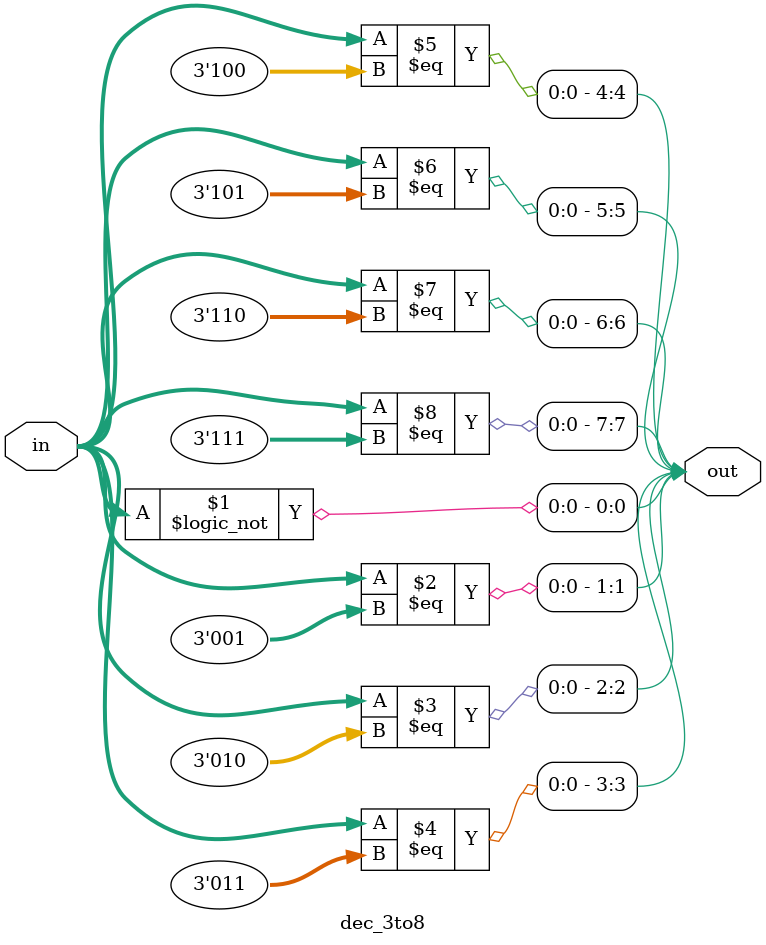
<source format=v>
module dec_3to8 (
    input  wire [2:0] in,
    output wire [7:0] out
);

    assign out[0] = in == 3'b000;
    assign out[1] = in == 3'b001;
    assign out[2] = in == 3'b010;
    assign out[3] = in == 3'b011;
    assign out[4] = in == 3'b100;
    assign out[5] = in == 3'b101;
    assign out[6] = in == 3'b110;
    assign out[7] = in == 3'b111;

endmodule
</source>
